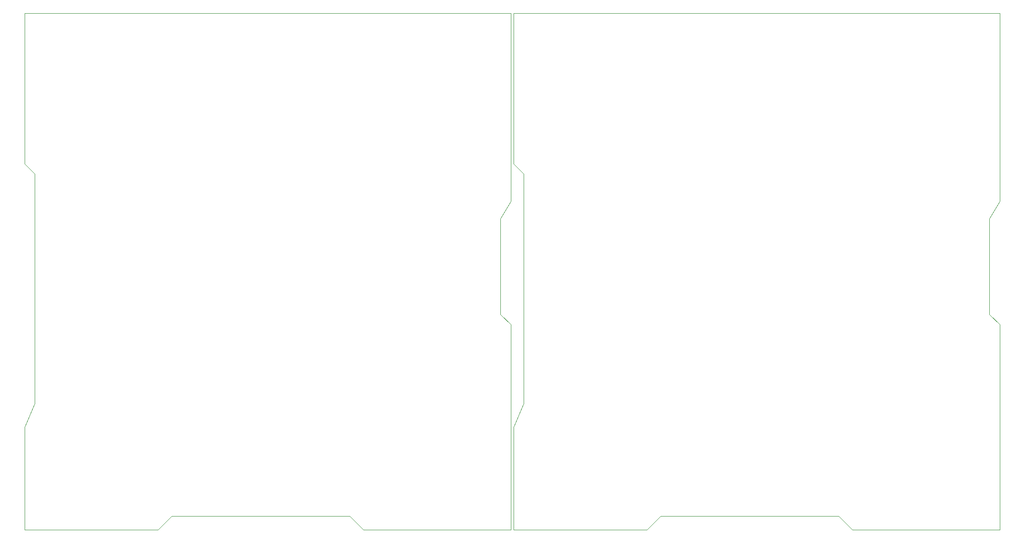
<source format=gbr>
%TF.GenerationSoftware,KiCad,Pcbnew,(5.1.9)-1*%
%TF.CreationDate,2021-10-15T17:24:20-04:00*%
%TF.ProjectId,Combined boards for stencil,436f6d62-696e-4656-9420-626f61726473,rev?*%
%TF.SameCoordinates,Original*%
%TF.FileFunction,Profile,NP*%
%FSLAX46Y46*%
G04 Gerber Fmt 4.6, Leading zero omitted, Abs format (unit mm)*
G04 Created by KiCad (PCBNEW (5.1.9)-1) date 2021-10-15 17:24:20*
%MOMM*%
%LPD*%
G01*
G04 APERTURE LIST*
%TA.AperFunction,Profile*%
%ADD10C,0.050000*%
%TD*%
G04 APERTURE END LIST*
D10*
X157636000Y-55780000D02*
X67466000Y-55780000D01*
X157636000Y-90705000D02*
X157636000Y-55780000D01*
X155731000Y-93880000D02*
X157636000Y-90705000D01*
X155731000Y-111660000D02*
X155731000Y-93880000D01*
X157636000Y-113565000D02*
X155731000Y-111660000D01*
X157636000Y-151665000D02*
X157636000Y-113565000D01*
X130331000Y-151665000D02*
X157636000Y-151665000D01*
X127791000Y-149125000D02*
X130331000Y-151665000D01*
X94771000Y-149125000D02*
X127791000Y-149125000D01*
X92231000Y-151665000D02*
X94771000Y-149125000D01*
X67466000Y-151665000D02*
X92231000Y-151665000D01*
X67466000Y-132615000D02*
X67466000Y-151665000D01*
X69371000Y-128170000D02*
X67466000Y-132615000D01*
X69371000Y-85625000D02*
X69371000Y-128170000D01*
X67466000Y-83720000D02*
X69371000Y-85625000D01*
X67466000Y-55780000D02*
X67466000Y-83720000D01*
X248314000Y-55780000D02*
X158144000Y-55780000D01*
X248314000Y-90705000D02*
X248314000Y-55780000D01*
X246409000Y-93880000D02*
X248314000Y-90705000D01*
X246409000Y-111660000D02*
X246409000Y-93880000D01*
X248314000Y-113565000D02*
X246409000Y-111660000D01*
X248314000Y-151665000D02*
X248314000Y-113565000D01*
X221009000Y-151665000D02*
X248314000Y-151665000D01*
X218469000Y-149125000D02*
X221009000Y-151665000D01*
X185449000Y-149125000D02*
X218469000Y-149125000D01*
X182909000Y-151665000D02*
X185449000Y-149125000D01*
X158144000Y-151665000D02*
X182909000Y-151665000D01*
X158144000Y-132615000D02*
X158144000Y-151665000D01*
X160049000Y-128170000D02*
X158144000Y-132615000D01*
X160049000Y-85625000D02*
X160049000Y-128170000D01*
X158144000Y-83720000D02*
X160049000Y-85625000D01*
X158144000Y-55780000D02*
X158144000Y-83720000D01*
M02*

</source>
